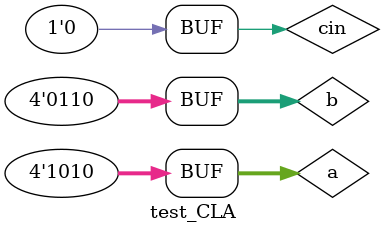
<source format=v>

`timescale 1ns / 1ps


module test_CLA;
reg [3:0] a;
reg [3:0] b;
reg cin;

wire[3:0] sum;
wire cout;

CLA uut(
.a(a), .b(b), .cin(cin), .sum(sum), .cout(cout)
);

initial begin
a = 0; b = 0; cin = 0;
#100;
a = 2; b = 6; cin = 1;
#100;
a = 2; b = 4; cin = 0;
#100;
a = 1; b = 7; cin = 1;
#100;
a = 10; b = 22; cin = 0;
#100;

end
endmodule
</source>
